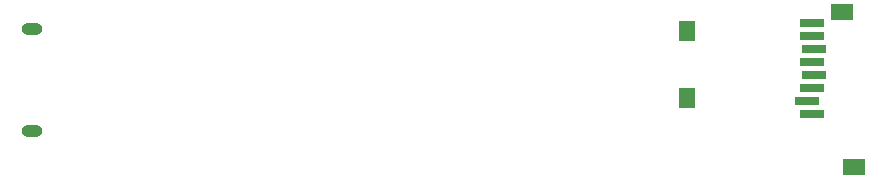
<source format=gbr>
%TF.GenerationSoftware,KiCad,Pcbnew,5.1.9+dfsg1-1*%
%TF.CreationDate,2022-01-14T18:54:08-05:00*%
%TF.ProjectId,samd51j18a,73616d64-3531-46a3-9138-612e6b696361,rev?*%
%TF.SameCoordinates,Original*%
%TF.FileFunction,Paste,Bot*%
%TF.FilePolarity,Positive*%
%FSLAX46Y46*%
G04 Gerber Fmt 4.6, Leading zero omitted, Abs format (unit mm)*
G04 Created by KiCad (PCBNEW 5.1.9+dfsg1-1) date 2022-01-14 18:54:08*
%MOMM*%
%LPD*%
G01*
G04 APERTURE LIST*
%ADD10O,1.800000X1.000000*%
%ADD11R,1.900000X1.400000*%
%ADD12R,2.000000X0.800000*%
%ADD13R,1.400000X1.800000*%
G04 APERTURE END LIST*
D10*
%TO.C,USB C*%
X102385000Y-79059500D03*
X102385000Y-70419500D03*
%TD*%
D11*
%TO.C,MICRO SD*%
X172020000Y-82180000D03*
X171020000Y-69030000D03*
D12*
X168420000Y-77680000D03*
X168020000Y-76580000D03*
X168420000Y-75480000D03*
X168620000Y-74380000D03*
X168420000Y-73280000D03*
X168620000Y-72180000D03*
X168420000Y-71080000D03*
X168420000Y-69980000D03*
D13*
X157870000Y-76330000D03*
X157870000Y-70630000D03*
%TD*%
M02*

</source>
